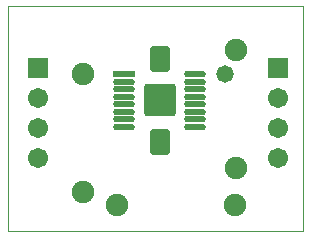
<source format=gts>
G04 Layer_Color=8388736*
%FSLAX44Y44*%
%MOMM*%
G71*
G01*
G75*
%ADD15C,0.1000*%
%ADD23R,1.8532X0.5532*%
%ADD24O,1.8532X0.5532*%
G04:AMPARAMS|DCode=25|XSize=2.7032mm|YSize=2.7032mm|CornerRadius=0.2266mm|HoleSize=0mm|Usage=FLASHONLY|Rotation=90.000|XOffset=0mm|YOffset=0mm|HoleType=Round|Shape=RoundedRectangle|*
%AMROUNDEDRECTD25*
21,1,2.7032,2.2500,0,0,90.0*
21,1,2.2500,2.7032,0,0,90.0*
1,1,0.4532,1.1250,1.1250*
1,1,0.4532,1.1250,-1.1250*
1,1,0.4532,-1.1250,-1.1250*
1,1,0.4532,-1.1250,1.1250*
%
%ADD25ROUNDEDRECTD25*%
G04:AMPARAMS|DCode=26|XSize=1.7032mm|YSize=2.2032mm|CornerRadius=0.1766mm|HoleSize=0mm|Usage=FLASHONLY|Rotation=0.000|XOffset=0mm|YOffset=0mm|HoleType=Round|Shape=RoundedRectangle|*
%AMROUNDEDRECTD26*
21,1,1.7032,1.8500,0,0,0.0*
21,1,1.3500,2.2032,0,0,0.0*
1,1,0.3532,0.6750,-0.9250*
1,1,0.3532,-0.6750,-0.9250*
1,1,0.3532,-0.6750,0.9250*
1,1,0.3532,0.6750,0.9250*
%
%ADD26ROUNDEDRECTD26*%
%ADD27C,1.9032*%
%ADD28C,1.7032*%
%ADD29R,1.7032X1.7032*%
%ADD30C,1.4732*%
D15*
X0Y0D02*
Y190000D01*
X250000D01*
Y0D02*
Y190000D01*
X0Y0D02*
X250000D01*
D23*
X98270Y132740D02*
D03*
D24*
Y126365D02*
D03*
Y120015D02*
D03*
Y113665D02*
D03*
Y107315D02*
D03*
Y100965D02*
D03*
Y94615D02*
D03*
Y88240D02*
D03*
X158270Y132740D02*
D03*
Y126365D02*
D03*
Y120015D02*
D03*
Y113665D02*
D03*
Y107315D02*
D03*
Y100965D02*
D03*
Y94615D02*
D03*
Y88240D02*
D03*
D25*
X128270Y110490D02*
D03*
D26*
Y145490D02*
D03*
Y75490D02*
D03*
D27*
X192240Y21590D02*
D03*
X92240D02*
D03*
X63500Y132550D02*
D03*
Y32550D02*
D03*
X193040Y152870D02*
D03*
Y52870D02*
D03*
D28*
X228600Y61900D02*
D03*
Y87300D02*
D03*
Y112700D02*
D03*
X25000Y61900D02*
D03*
Y87300D02*
D03*
Y112700D02*
D03*
D29*
X228600Y138100D02*
D03*
X25000D02*
D03*
D30*
X183540Y132740D02*
D03*
M02*

</source>
